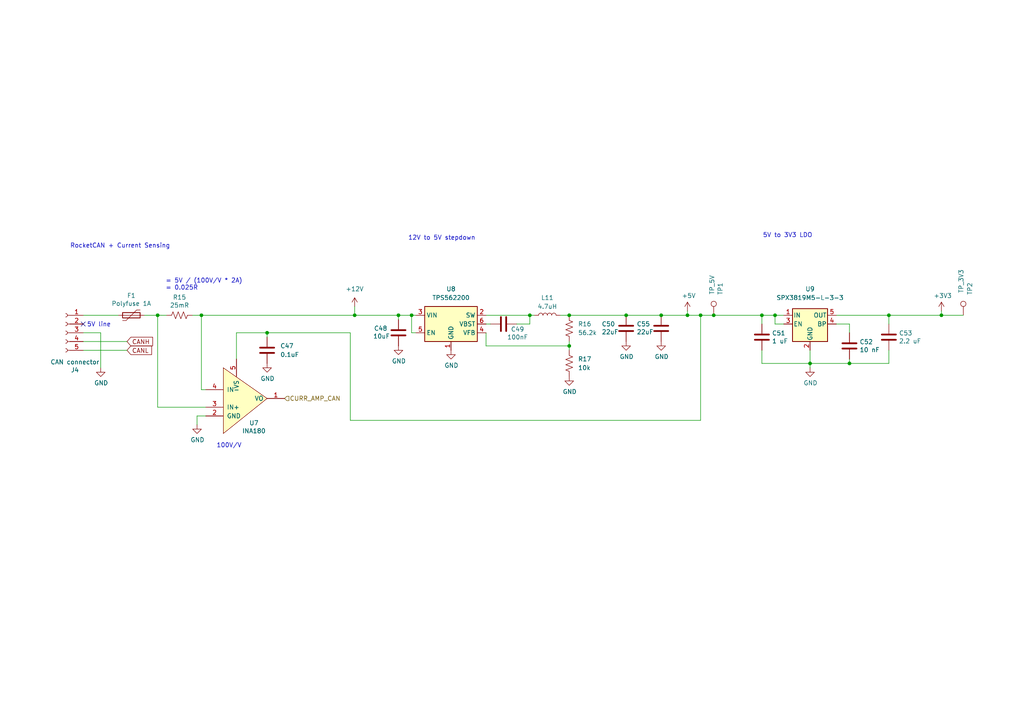
<source format=kicad_sch>
(kicad_sch (version 20231120) (generator "eeschema") (generator_version "8.0")
  (paper "A4")
  (lib_symbols
    (symbol "Device:C" (pin_numbers hide) (pin_names (offset 0.254))
      (property "Reference" "C" (at 0.635 2.54 0))
      (property "Value" "C" (at 0.635 -2.54 0))
      (symbol "C_0_1"
        (polyline (pts (xy -2.032 -0.762) (xy 2.032 -0.762)) (stroke (width 0.508)))
        (polyline (pts (xy -2.032 0.762) (xy 2.032 0.762)) (stroke (width 0.508)))
      )
      (symbol "C_1_1"
        (pin passive line (at 0 3.81 270) (length 2.794) (name "~") (number "1"))
        (pin passive line (at 0 -3.81 90) (length 2.794) (name "~") (number "2"))
      )
    )
    (symbol "Device:L" (pin_numbers hide) (pin_names (offset 1.016) hide)
      (property "Reference" "L" (at -1.27 0 90))
      (property "Value" "L" (at 1.905 0 90))
      (symbol "L_0_1"
        (arc (start 0 -2.54) (mid 0.6323 -1.905) (end 0 -1.27))
        (arc (start 0 -1.27) (mid 0.6323 -0.635) (end 0 0))
        (arc (start 0 0) (mid 0.6323 0.635) (end 0 1.27))
        (arc (start 0 1.27) (mid 0.6323 1.905) (end 0 2.54))
      )
      (symbol "L_1_1"
        (pin passive line (at 0 3.81 270) (length 1.27) (name "1") (number "1"))
        (pin passive line (at 0 -3.81 90) (length 1.27) (name "2") (number "2"))
      )
    )
    (symbol "Device:Polyfuse" (pin_numbers hide) (pin_names (offset 0))
      (property "Reference" "F" (at -2.54 0 90))
      (property "Value" "Polyfuse" (at 2.54 0 90))
      (symbol "Polyfuse_0_1"
        (rectangle (start -0.762 2.54) (end 0.762 -2.54) (stroke (width 0.254)))
        (polyline (pts (xy 0 2.54) (xy 0 -2.54)))
        (polyline (pts (xy -1.524 2.54) (xy -1.524 1.524) (xy 1.524 -1.524) (xy 1.524 -2.54)))
      )
      (symbol "Polyfuse_1_1"
        (pin passive line (at 0 3.81 270) (length 1.27) (name "~") (number "1"))
        (pin passive line (at 0 -3.81 90) (length 1.27) (name "~") (number "2"))
      )
    )
    (symbol "Device:R_US" (pin_numbers hide) (pin_names (offset 0))
      (property "Reference" "R" (at 2.54 0 90))
      (property "Value" "R_US" (at -2.54 0 90))
      (symbol "R_US_0_1"
        (polyline (pts (xy 0 -2.286) (xy 0 -2.54)))
        (polyline (pts (xy 0 2.286) (xy 0 2.54)))
        (polyline (pts (xy 0 -0.762) (xy 1.016 -1.143) (xy 0 -1.524) (xy -1.016 -1.905) (xy 0 -2.286)))
        (polyline (pts (xy 0 0.762) (xy 1.016 0.381) (xy 0 0) (xy -1.016 -0.381) (xy 0 -0.762)))
        (polyline (pts (xy 0 2.286) (xy 1.016 1.905) (xy 0 1.524) (xy -1.016 1.143) (xy 0 0.762)))
      )
      (symbol "R_US_1_1"
        (pin passive line (at 0 3.81 270) (length 1.27) (name "~") (number "1"))
        (pin passive line (at 0 -3.81 90) (length 1.27) (name "~") (number "2"))
      )
    )
    (symbol "Regulator_Linear:SPX3819M5-L-3-3" (pin_names (offset 0.254))
      (property "Reference" "U" (at -3.81 5.715 0))
      (property "Value" "SPX3819M5-L-3-3" (at 0 5.715 0))
      (symbol "SPX3819M5-L-3-3_0_1"
        (rectangle (start -5.08 4.445) (end 5.08 -5.08) (stroke (width 0.254)) (fill (type background)))
      )
      (symbol "SPX3819M5-L-3-3_1_1"
        (pin power_in line (at -7.62 2.54 0) (length 2.54) (name "IN") (number "1"))
        (pin power_in line (at 0 -7.62 90) (length 2.54) (name "GND") (number "2"))
        (pin input line (at -7.62 0 0) (length 2.54) (name "EN") (number "3"))
        (pin input line (at 7.62 0 180) (length 2.54) (name "BP") (number "4"))
        (pin power_out line (at 7.62 2.54 180) (length 2.54) (name "OUT") (number "5"))
      )
    )
    (symbol "Regulator_Switching:TPS562200"
      (property "Reference" "U" (at -7.62 6.35 0))
      (property "Value" "TPS562200" (at -2.54 6.35 0))
      (symbol "TPS562200_0_1"
        (rectangle (start -7.62 5.08) (end 7.62 -5.08) (stroke (width 0.254)) (fill (type background)))
      )
      (symbol "TPS562200_1_1"
        (pin power_in line (at 0 -7.62 90) (length 2.54) (name "GND") (number "1"))
        (pin output line (at 10.16 2.54 180) (length 2.54) (name "SW") (number "2"))
        (pin power_in line (at -10.16 2.54 0) (length 2.54) (name "VIN") (number "3"))
        (pin input line (at 10.16 -2.54 180) (length 2.54) (name "VFB") (number "4"))
        (pin input line (at -10.16 -2.54 0) (length 2.54) (name "EN") (number "5"))
        (pin passive line (at 10.16 0 180) (length 2.54) (name "VBST") (number "6"))
      )
    )
    (symbol "canhw:INA180" (pin_names (offset 1.016))
      (property "Reference" "U" (at -5.08 13.97 0))
      (property "Value" "INA180" (at -11.43 15.24 0))
      (symbol "INA180_0_1"
        (polyline (pts (xy 5.08 0) (xy -7.62 8.89)))
        (polyline (pts (xy -7.62 8.89) (xy -7.62 -10.16) (xy 5.08 0)) (fill (type background)))
      )
      (symbol "INA180_1_1"
        (pin output line (at 10.16 0 180) (length 5.08) (name "VO") (number "1"))
        (pin power_in line (at -12.7 -5.08 0) (length 5.08) (name "GND") (number "2"))
        (pin input line (at -12.7 -2.54 0) (length 5.08) (name "IN+") (number "3"))
        (pin input line (at -12.7 2.54 0) (length 5.08) (name "IN-") (number "4"))
        (pin power_in line (at -3.81 11.43 270) (length 5.08) (name "VS") (number "5"))
      )
    )
    (symbol "canhw:TestPointKeystone" (pin_numbers hide) (pin_names (offset 0.762) hide)
      (property "Reference" "TP" (at 0 6.858 0))
      (property "Value" "TestPointKeystone" (at 0 5.08 0))
      (symbol "TestPointKeystone_0_1"
        (circle (center 0 3.302) (radius 0.762))
      )
      (symbol "TestPointKeystone_1_1"
        (pin passive line (at 0 0 90) (length 2.54) (name "1") (number "1"))
      )
    )
    (symbol "power:+12V" (power) (pin_numbers hide) (pin_names (offset 0) hide)
      (property "Value" "+12V" (at 0 3.556 0))
      (symbol "+12V_0_1"
        (polyline (pts (xy -0.762 1.27) (xy 0 2.54)))
        (polyline (pts (xy 0 0) (xy 0 2.54)))
        (polyline (pts (xy 0 2.54) (xy 0.762 1.27)))
      )
      (symbol "+12V_1_1"
        (pin power_in line (at 0 0 90) (length 0) (name "~") (number "1"))
      )
    )
    (symbol "power:+3V3" (power) (pin_names (offset 0))
      (property "Value" "+3V3" (at 0 3.556 0))
      (symbol "+3V3_0_1"
        (polyline (pts (xy -0.762 1.27) (xy 0 2.54)))
        (polyline (pts (xy 0 0) (xy 0 2.54)))
        (polyline (pts (xy 0 2.54) (xy 0.762 1.27)))
      )
      (symbol "+3V3_1_1"
        (pin power_in line (at 0 0 90) (length 0) hide (name "+3V3") (number "1"))
      )
    )
    (symbol "power:+5V" (power) (pin_names (offset 0))
      (property "Value" "+5V" (at 0 3.556 0))
      (symbol "+5V_0_1"
        (polyline (pts (xy -0.762 1.27) (xy 0 2.54)))
        (polyline (pts (xy 0 0) (xy 0 2.54)))
        (polyline (pts (xy 0 2.54) (xy 0.762 1.27)))
      )
      (symbol "+5V_1_1"
        (pin power_in line (at 0 0 90) (length 0) hide (name "+5V") (number "1"))
      )
    )
    (symbol "power:GND" (power) (pin_names (offset 0))
      (property "Value" "GND" (at 0 -3.81 0))
      (symbol "GND_0_1"
        (polyline (pts (xy 0 0) (xy 0 -1.27) (xy 1.27 -1.27) (xy 0 -2.54) (xy -1.27 -1.27) (xy 0 -1.27)))
      )
      (symbol "GND_1_1"
        (pin power_in line (at 0 0 270) (length 0) hide (name "GND") (number "1"))
      )
    )
    (symbol "remote_arming-rescue:Conn_01x05_Female-Connector" (pin_names (offset 1.016) hide)
      (property "Reference" "J" (at 0 7.62 0))
      (property "Value" "Connector_Conn_01x05_Female" (at 0 -7.62 0))
      (symbol "Conn_01x05_Female-Connector_1_1"
        (arc (start 0 -4.572) (mid -0.5058 -5.08) (end 0 -5.588) (stroke (width 0.1524)))
        (arc (start 0 -2.032) (mid -0.5058 -2.54) (end 0 -3.048) (stroke (width 0.1524)))
        (polyline (pts (xy -1.27 -5.08) (xy -0.508 -5.08)) (stroke (width 0.1524)))
        (polyline (pts (xy -1.27 -2.54) (xy -0.508 -2.54)) (stroke (width 0.1524)))
        (polyline (pts (xy -1.27 0) (xy -0.508 0)) (stroke (width 0.1524)))
        (polyline (pts (xy -1.27 2.54) (xy -0.508 2.54)) (stroke (width 0.1524)))
        (polyline (pts (xy -1.27 5.08) (xy -0.508 5.08)) (stroke (width 0.1524)))
        (arc (start 0 0.508) (mid -0.5058 0) (end 0 -0.508) (stroke (width 0.1524)))
        (arc (start 0 3.048) (mid -0.5058 2.54) (end 0 2.032) (stroke (width 0.1524)))
        (arc (start 0 5.588) (mid -0.5058 5.08) (end 0 4.572) (stroke (width 0.1524)))
        (pin passive line (at -5.08 5.08 0) (length 3.81) (name "Pin_1") (number "1"))
        (pin passive line (at -5.08 2.54 0) (length 3.81) (name "Pin_2") (number "2"))
        (pin passive line (at -5.08 0 0) (length 3.81) (name "Pin_3") (number "3"))
        (pin passive line (at -5.08 -2.54 0) (length 3.81) (name "Pin_4") (number "4"))
        (pin passive line (at -5.08 -5.08 0) (length 3.81) (name "Pin_5") (number "5"))
      )
    )
  )
  (junction (at 119.38 91.44))
  (junction (at 58.42 91.44))
  (junction (at 207.01 91.44))
  (junction (at 181.61 91.44))
  (junction (at 199.39 91.44))
  (junction (at 273.05 91.44))
  (junction (at 102.87 91.44))
  (junction (at 246.38 105.41))
  (junction (at 234.95 105.41))
  (junction (at 77.47 96.52))
  (junction (at 224.79 91.44))
  (junction (at 165.1 91.44))
  (junction (at 45.72 91.44))
  (junction (at 203.2 91.44))
  (junction (at 257.81 91.44))
  (junction (at 191.77 91.44))
  (junction (at 115.57 91.44))
  (junction (at 165.1 100.33))
  (junction (at 220.98 91.44))
  (junction (at 153.67 91.44))
  (no_connect (at 24.13 93.98))
  (wire (pts (xy 234.95 105.41) (xy 234.95 106.68)))
  (wire (pts (xy 101.6 96.52) (xy 101.6 121.92)))
  (wire (pts (xy 203.2 91.44) (xy 199.39 91.44)))
  (wire (pts (xy 165.1 99.06) (xy 165.1 100.33)))
  (wire (pts (xy 102.87 91.44) (xy 115.57 91.44)))
  (wire (pts (xy 234.95 101.6) (xy 234.95 105.41)))
  (wire (pts (xy 257.81 105.41) (xy 246.38 105.41)))
  (wire (pts (xy 227.33 91.44) (xy 224.79 91.44)))
  (wire (pts (xy 140.97 100.33) (xy 165.1 100.33)))
  (wire (pts (xy 207.01 91.44) (xy 220.98 91.44)))
  (wire (pts (xy 102.87 88.9) (xy 102.87 91.44)))
  (wire (pts (xy 45.72 118.11) (xy 59.69 118.11)))
  (wire (pts (xy 24.13 96.52) (xy 29.21 96.52)))
  (wire (pts (xy 140.97 91.44) (xy 153.67 91.44)))
  (wire (pts (xy 257.81 91.44) (xy 257.81 93.98)))
  (wire (pts (xy 203.2 121.92) (xy 203.2 91.44)))
  (wire (pts (xy 58.42 113.03) (xy 59.69 113.03)))
  (wire (pts (xy 246.38 105.41) (xy 234.95 105.41)))
  (wire (pts (xy 153.67 91.44) (xy 154.94 91.44)))
  (wire (pts (xy 119.38 91.44) (xy 120.65 91.44)))
  (wire (pts (xy 153.67 91.44) (xy 153.67 93.98)))
  (wire (pts (xy 24.13 101.6) (xy 36.83 101.6)))
  (wire (pts (xy 24.13 99.06) (xy 36.83 99.06)))
  (wire (pts (xy 224.79 91.44) (xy 220.98 91.44)))
  (wire (pts (xy 58.42 91.44) (xy 102.87 91.44)))
  (wire (pts (xy 29.21 96.52) (xy 29.21 106.68)))
  (wire (pts (xy 58.42 91.44) (xy 58.42 113.03)))
  (wire (pts (xy 220.98 101.6) (xy 220.98 105.41)))
  (wire (pts (xy 246.38 93.98) (xy 242.57 93.98)))
  (wire (pts (xy 273.05 91.44) (xy 279.4 91.44)))
  (wire (pts (xy 220.98 105.41) (xy 234.95 105.41)))
  (wire (pts (xy 115.57 91.44) (xy 119.38 91.44)))
  (wire (pts (xy 45.72 91.44) (xy 48.26 91.44)))
  (wire (pts (xy 68.58 104.14) (xy 68.58 96.52)))
  (wire (pts (xy 246.38 96.52) (xy 246.38 93.98)))
  (wire (pts (xy 140.97 96.52) (xy 140.97 100.33)))
  (wire (pts (xy 115.57 91.44) (xy 115.57 92.71)))
  (wire (pts (xy 257.81 101.6) (xy 257.81 105.41)))
  (wire (pts (xy 227.33 93.98) (xy 224.79 93.98)))
  (wire (pts (xy 153.67 93.98) (xy 149.86 93.98)))
  (wire (pts (xy 77.47 96.52) (xy 101.6 96.52)))
  (wire (pts (xy 57.15 120.65) (xy 57.15 123.19)))
  (wire (pts (xy 181.61 91.44) (xy 191.77 91.44)))
  (wire (pts (xy 165.1 101.6) (xy 165.1 100.33)))
  (wire (pts (xy 246.38 104.14) (xy 246.38 105.41)))
  (wire (pts (xy 199.39 90.17) (xy 199.39 91.44)))
  (wire (pts (xy 77.47 96.52) (xy 77.47 97.79)))
  (wire (pts (xy 119.38 96.52) (xy 119.38 91.44)))
  (wire (pts (xy 242.57 91.44) (xy 257.81 91.44)))
  (wire (pts (xy 45.72 91.44) (xy 45.72 118.11)))
  (wire (pts (xy 162.56 91.44) (xy 165.1 91.44)))
  (wire (pts (xy 68.58 96.52) (xy 77.47 96.52)))
  (wire (pts (xy 55.88 91.44) (xy 58.42 91.44)))
  (wire (pts (xy 203.2 91.44) (xy 207.01 91.44)))
  (wire (pts (xy 101.6 121.92) (xy 203.2 121.92)))
  (wire (pts (xy 41.91 91.44) (xy 45.72 91.44)))
  (wire (pts (xy 224.79 93.98) (xy 224.79 91.44)))
  (wire (pts (xy 191.77 91.44) (xy 199.39 91.44)))
  (wire (pts (xy 59.69 120.65) (xy 57.15 120.65)))
  (wire (pts (xy 24.13 91.44) (xy 34.29 91.44)))
  (wire (pts (xy 120.65 96.52) (xy 119.38 96.52)))
  (wire (pts (xy 220.98 91.44) (xy 220.98 93.98)))
  (wire (pts (xy 273.05 90.17) (xy 273.05 91.44)))
  (wire (pts (xy 140.97 93.98) (xy 142.24 93.98)))
  (wire (pts (xy 165.1 91.44) (xy 181.61 91.44)))
  (wire (pts (xy 257.81 91.44) (xy 273.05 91.44)))
  (text "100V/V" (at 70.104 130.048 0) (effects (font (size 1.27 1.27)) (justify right bottom)))
  (text "5V line" (at 28.702 94.234 0) (effects (font (size 1.27 1.27))))
  (text "RocketCAN + Current Sensing" (at 20.32 72.136 0) (effects (font (size 1.27 1.27)) (justify left bottom)))
  (text "= 5V / (100V/V * 2A)\n= 0.025R" (at 48.006 84.328 0) (effects (font (size 1.27 1.27)) (justify left bottom)))
  (text "5V to 3V3 LDO" (at 221.234 69.088 0) (effects (font (size 1.27 1.27)) (justify left bottom)))
  (text "12V to 5V stepdown\n" (at 118.364 69.85 0) (effects (font (size 1.27 1.27)) (justify left bottom)))
  (global_label "CANL" (shape input) (at 36.83 101.6 0) (property "Intersheetrefs" "${INTERSHEET_REFS}" (effects (hide yes))))
  (global_label "CANH" (shape input) (at 36.83 99.06 0) (property "Intersheetrefs" "${INTERSHEET_REFS}" (effects (hide yes))))
  (hierarchical_label "CURR_AMP_CAN" (shape input) (at 82.55 115.57 0))
  (symbol (lib_id "power:GND") (at 115.57 100.33 0) (unit 1)
    (property "Reference" "#PWR064" (effects (hide yes)))
    (property "Value" "GND" (at 115.697 104.7242 0))
  )
  (symbol (lib_id "Device:Polyfuse") (at 38.1 91.44 270) (unit 1)
    (property "Reference" "F1" (at 38.1 85.725 90))
    (property "Value" "Polyfuse 1A" (at 38.1 88.0364 90))
    (property "Footprint" "Fuse:Fuse_1206_3216Metric_Pad1.42x1.75mm_HandSolder" (effects (hide yes)))
  )
  (symbol (lib_id "power:GND") (at 234.95 106.68 0) (unit 1)
    (property "Reference" "#PWR069" (effects (hide yes)))
    (property "Value" "GND" (at 235.077 111.0742 0))
  )
  (symbol (lib_id "power:GND") (at 130.81 101.6 0) (unit 1)
    (property "Reference" "#PWR065" (effects (hide yes)))
    (property "Value" "GND" (at 130.937 105.9942 0))
  )
  (symbol (lib_id "Device:C") (at 257.81 97.79 0) (unit 1)
    (property "Reference" "C53" (at 260.731 96.6216 0) (effects (justify left)))
    (property "Value" "2.2 uF" (at 260.731 98.933 0) (effects (justify left)))
    (property "Footprint" "Capacitor_SMD:C_0805_2012Metric_Pad1.18x1.45mm_HandSolder" (effects (hide yes)))
  )
  (symbol (lib_id "Device:C") (at 77.47 101.6 0) (unit 1)
    (property "Reference" "C47" (at 81.28 100.3299 0) (effects (justify left)))
    (property "Value" "0.1uF" (at 81.28 102.8699 0) (effects (justify left)))
    (property "Footprint" "Capacitor_SMD:C_0805_2012Metric_Pad1.18x1.45mm_HandSolder" (effects (hide yes)))
    (property "Description" "Unpolarized capacitor" (effects (hide yes)))
  )
  (symbol (lib_id "power:GND") (at 181.61 99.06 0) (unit 1)
    (property "Reference" "#PWR067" (effects (hide yes)))
    (property "Value" "GND" (at 181.737 103.4542 0))
  )
  (symbol (lib_id "canhw:TestPointKeystone") (at 207.01 91.44 0) (unit 1)
    (property "Reference" "TP1" (at 208.915 81.915 90) (effects (justify right)))
    (property "Value" "TP_5V" (at 206.502 79.756 90) (effects (justify right)))
    (property "Footprint" "TestPoint:TestPoint_Pad_D3.0mm" (effects (hide yes)))
    (property "Datasheet" "https://www.keyelco.com/userAssets/file/M65p56.pdf" (effects (hide yes)))
  )
  (symbol (lib_id "Device:L") (at 158.75 91.44 90) (unit 1)
    (property "Reference" "L11" (at 158.75 86.36 90))
    (property "Value" "4.7uH" (at 158.75 88.9 90))
    (property "Footprint" "SRN8040_4R7Y:IND_BOURNS_SRN8040" (effects (hide yes)))
    (property "Datasheet" "https://www.digikey.ca/en/products/detail/bourns-inc/SRN8040-4R7Y/2756133?s=N4IgTCBcDaIAQGUBKA5AHABgCwYLRaQHYBNEAXQF8g" (effects (hide yes)))
    (property "Description" "Inductor" (effects (hide yes)))
  )
  (symbol (lib_id "power:GND") (at 57.15 123.19 0) (unit 1)
    (property "Reference" "#PWR061" (effects (hide yes)))
    (property "Value" "GND" (at 57.277 127.5842 0))
  )
  (symbol (lib_id "power:+3V3") (at 273.05 90.17 0) (unit 1)
    (property "Reference" "#PWR070" (effects (hide yes)))
    (property "Value" "+3V3" (at 273.431 85.7758 0))
  )
  (symbol (lib_id "Regulator_Switching:TPS562200") (at 130.81 93.98 0) (unit 1)
    (property "Reference" "U8" (at 130.81 83.82 0))
    (property "Value" "TPS562200" (at 130.81 86.36 0))
    (property "Footprint" "Package_TO_SOT_SMD:SOT-23-6" (effects (hide yes)))
    (property "Datasheet" "http://www.ti.com/lit/ds/symlink/tps563200.pdf" (effects (hide yes)))
    (property "Description" "2A Synchronous Step-Down Voltage Regulator, Adjustable Output Voltage, 4.5-17V Input Voltage, SOT-23-6" (effects (hide yes)))
  )
  (symbol (lib_id "Device:R_US") (at 165.1 95.25 0) (unit 1)
    (property "Reference" "R16" (at 167.64 93.9799 0) (effects (justify left)))
    (property "Value" "56.2k" (at 167.64 96.5199 0) (effects (justify left)))
    (property "Footprint" "Resistor_SMD:R_0805_2012Metric_Pad1.20x1.40mm_HandSolder" (effects (hide yes)))
    (property "Description" "Resistor, US symbol" (effects (hide yes)))
  )
  (symbol (lib_id "Device:R_US") (at 165.1 105.41 0) (unit 1)
    (property "Reference" "R17" (at 167.64 104.1399 0) (effects (justify left)))
    (property "Value" "10k" (at 167.64 106.6799 0) (effects (justify left)))
    (property "Footprint" "Resistor_SMD:R_0805_2012Metric_Pad1.20x1.40mm_HandSolder" (effects (hide yes)))
    (property "Description" "Resistor, US symbol" (effects (hide yes)))
  )
  (symbol (lib_id "Device:C") (at 115.57 96.52 0) (unit 1)
    (property "Reference" "C48" (at 108.458 95.25 0) (effects (justify left)))
    (property "Value" "10uF" (at 108.204 97.536 0) (effects (justify left)))
    (property "Footprint" "Capacitor_SMD:C_0805_2012Metric_Pad1.18x1.45mm_HandSolder" (effects (hide yes)))
  )
  (symbol (lib_id "Device:C") (at 220.98 97.79 0) (unit 1)
    (property "Reference" "C51" (at 223.901 96.6216 0) (effects (justify left)))
    (property "Value" "1 uF" (at 223.901 98.933 0) (effects (justify left)))
    (property "Footprint" "Capacitor_SMD:C_0805_2012Metric_Pad1.18x1.45mm_HandSolder" (effects (hide yes)))
  )
  (symbol (lib_id "power:GND") (at 77.47 105.41 0) (unit 1)
    (property "Reference" "#PWR062" (effects (hide yes)))
    (property "Value" "GND" (at 77.597 109.8042 0))
  )
  (symbol (lib_id "Device:C") (at 146.05 93.98 270) (unit 1)
    (property "Reference" "C49" (at 150.114 95.504 90))
    (property "Value" "100nF" (at 150.114 97.79 90))
    (property "Footprint" "Capacitor_SMD:C_0805_2012Metric_Pad1.18x1.45mm_HandSolder" (effects (hide yes)))
    (property "Datasheet" "https://www.digikey.ca/en/products/detail/kyocera-avx/KGM21NR71E104KT/1116281?s=N4IgTCBcDaIAQAYAcCCsBmAwgRgQFgGkBBAFTCJAF0BfIA" (effects (hide yes)))
    (property "Description" "Unpolarized capacitor" (effects (hide yes)))
  )
  (symbol (lib_id "power:+12V") (at 102.87 88.9 0) (unit 1)
    (property "Reference" "#PWR063" (effects (hide yes)))
    (property "Value" "+12V" (at 102.87 83.82 0))
    (property "Description" "Power symbol creates a global label with name \"+12V\"" (effects (hide yes)))
  )
  (symbol (lib_id "Device:C") (at 181.61 95.25 0) (unit 1)
    (property "Reference" "C50" (at 174.498 93.98 0) (effects (justify left)))
    (property "Value" "22uF" (at 174.498 96.2914 0) (effects (justify left)))
    (property "Footprint" "Capacitor_SMD:C_0805_2012Metric_Pad1.18x1.45mm_HandSolder" (effects (hide yes)))
  )
  (symbol (lib_id "power:+5V") (at 199.39 90.17 0) (unit 1)
    (property "Reference" "#PWR068" (effects (hide yes)))
    (property "Value" "+5V" (at 199.771 85.7758 0))
  )
  (symbol (lib_id "power:GND") (at 191.77 99.06 0) (unit 1)
    (property "Reference" "#PWR046" (effects (hide yes)))
    (property "Value" "GND" (at 191.897 103.4542 0))
  )
  (symbol (lib_id "Device:C") (at 246.38 100.33 0) (unit 1)
    (property "Reference" "C52" (at 249.301 99.1616 0) (effects (justify left)))
    (property "Value" "10 nF" (at 249.301 101.473 0) (effects (justify left)))
    (property "Footprint" "Capacitor_SMD:C_0805_2012Metric_Pad1.18x1.45mm_HandSolder" (effects (hide yes)))
  )
  (symbol (lib_id "remote_arming-rescue:Conn_01x05_Female-Connector") (at 19.05 96.52 0) (mirror y) (unit 1)
    (property "Reference" "J4" (at 21.7424 107.315 0))
    (property "Value" "CAN connector" (at 21.7424 105.0036 0))
    (property "Footprint" "canhw_footprints:connector_Harwin_M80-5000642" (effects (hide yes)))
  )
  (symbol (lib_id "canhw:TestPointKeystone") (at 279.4 91.44 0) (unit 1)
    (property "Reference" "TP2" (at 281.305 81.915 90) (effects (justify right)))
    (property "Value" "TP_3V3" (at 278.765 78.105 90) (effects (justify right)))
    (property "Footprint" "TestPoint:TestPoint_Pad_D3.0mm" (effects (hide yes)))
    (property "Datasheet" "https://www.keyelco.com/userAssets/file/M65p56.pdf" (effects (hide yes)))
  )
  (symbol (lib_id "power:GND") (at 29.21 106.68 0) (unit 1)
    (property "Reference" "#PWR060" (effects (hide yes)))
    (property "Value" "GND" (at 29.337 111.0742 0))
  )
  (symbol (lib_id "canhw:INA180") (at 72.39 115.57 0) (unit 1)
    (property "Reference" "U7" (at 73.66 122.682 0))
    (property "Value" "INA180" (at 73.66 124.9934 0))
    (property "Footprint" "Package_TO_SOT_SMD:SOT-23-5_HandSoldering" (effects (hide yes)))
    (property "Datasheet" "http://www.ti.com/lit/ds/symlink/ina180.pdf" (effects (hide yes)))
  )
  (symbol (lib_id "power:GND") (at 165.1 109.22 0) (unit 1)
    (property "Reference" "#PWR066" (effects (hide yes)))
    (property "Value" "GND" (at 165.227 113.6142 0))
  )
  (symbol (lib_id "Regulator_Linear:SPX3819M5-L-3-3") (at 234.95 93.98 0) (unit 1)
    (property "Reference" "U9" (at 234.95 83.82 0))
    (property "Value" "SPX3819M5-L-3-3" (at 234.95 86.36 0))
    (property "Footprint" "Package_TO_SOT_SMD:SOT-23-5" (effects (hide yes)))
    (property "Datasheet" "https://www.exar.com/content/document.ashx?id=22106&languageid=1033&type=Datasheet&partnumber=SPX3819&filename=SPX3819.pdf&part=SPX3819" (effects (hide yes)))
  )
  (symbol (lib_id "Device:C") (at 191.77 95.25 0) (unit 1)
    (property "Reference" "C55" (at 184.658 93.98 0) (effects (justify left)))
    (property "Value" "22uF" (at 184.658 96.2914 0) (effects (justify left)))
    (property "Footprint" "Capacitor_SMD:C_0805_2012Metric_Pad1.18x1.45mm_HandSolder" (effects (hide yes)))
  )
  (symbol (lib_id "Device:R_US") (at 52.07 91.44 270) (unit 1)
    (property "Reference" "R15" (at 52.07 86.233 90))
    (property "Value" "25mR" (at 52.07 88.5444 90))
    (property "Footprint" "Resistor_SMD:R_0603_1608Metric_Pad0.98x0.95mm_HandSolder" (effects (hide yes)))
  )
)
</source>
